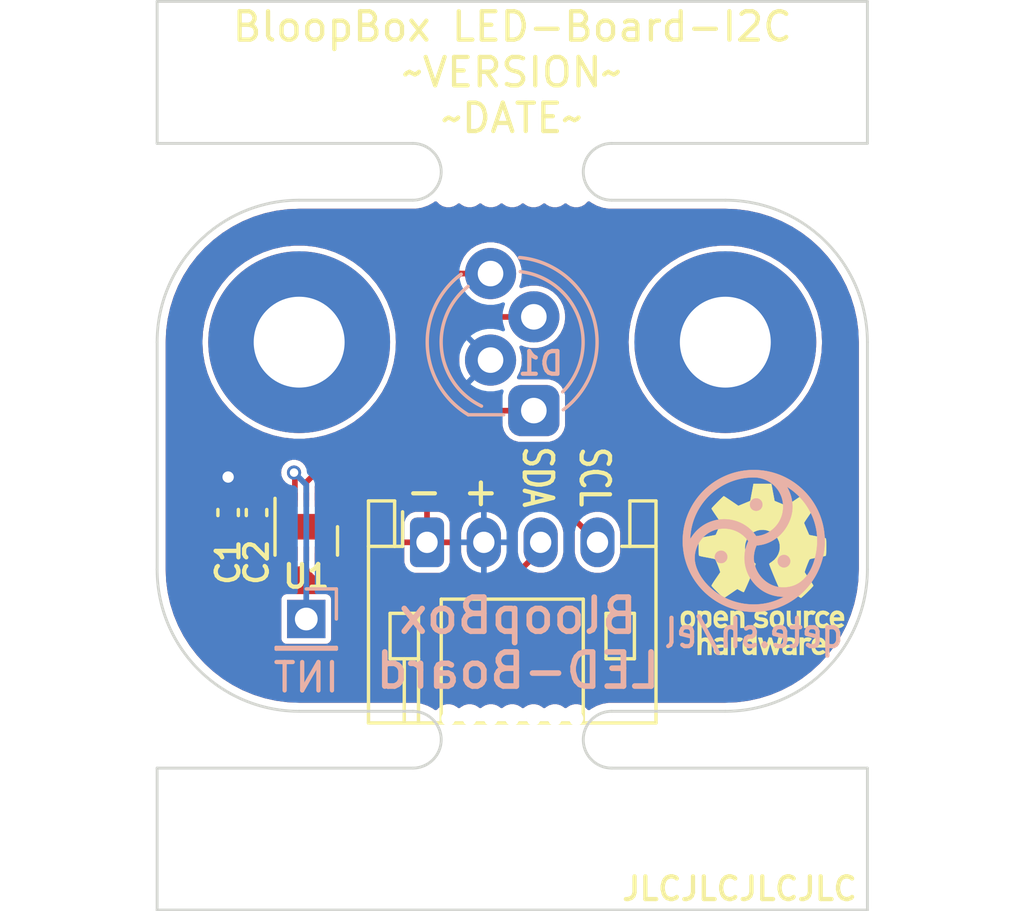
<source format=kicad_pcb>
(kicad_pcb (version 20240108) (generator "pcbnew") (generator_version "8.0")
  (title_block (title "BloopBox LED-Board-I2C") (date "${DATE}") (rev "${VERSION}") (company "Qetesh"))
  (layers (0 "F.Cu" signal) (31 "B.Cu" signal) (34 "B.Paste" user) (35 "F.Paste" user) (36 "B.SilkS" user "B.Silkscreen") (37 "F.SilkS" user "F.Silkscreen") (38 "B.Mask" user) (39 "F.Mask" user) (44 "Edge.Cuts" user))
  (property "DATE" "~DATE~")
  (property "VERSION" "~VERSION~")
  (net 0 "")
  (net 1 "GND")
  (net 2 "VCC")
  (net 3 "/R")
  (net 4 "/G")
  (net 5 "/B")
  (net 6 "/~{INT}")
  (net 10 "/SDA")
  (net 11 "/SCL")
  (footprint "My_Footprints:JLCPCB_Tooling_Hole" (layer "F.Cu") (at 160 90.5)
    (property "Reference" "REF**" (hide yes))
    (property "Value" "JLCPCB_Tooling_Hole")
    (pad "" np_thru_hole circle (at 0 0) (size 1.152 1.152) (drill 1.152) (layers "F&B.Cu" "*.Mask") (clearance 0.248))
  )
  (footprint "Panelization:mouse-bite-2x5mm-slot-onesided" (layer "F.Cu") (at 150 94 180)
    (property "Reference" "mouse-bite-2mm-slot" (hide yes))
    (property "Value" "VAL**" (hide yes))
    (fp_arc (start 3.5 1) (mid 2.5 0) (end 3.5 -1) (stroke (width 0.1)) (layer "Edge.Cuts"))
    (fp_arc (start -3.5 -1) (mid -2.5 0) (end -3.5 1) (stroke (width 0.1)) (layer "Edge.Cuts"))
    (pad "" np_thru_hole circle (at -2.25 -0.75 180) (size 0.5 0.5) (drill 0.5) (layers "*.Cu" "*.Mask"))
    (pad "" np_thru_hole circle (at -1.5 -0.75 180) (size 0.5 0.5) (drill 0.5) (layers "*.Cu" "*.Mask"))
    (pad "" np_thru_hole circle (at -0.75 -0.75 180) (size 0.5 0.5) (drill 0.5) (layers "*.Cu" "*.Mask"))
    (pad "" np_thru_hole circle (at 0 -0.75 180) (size 0.5 0.5) (drill 0.5) (layers "*.Cu" "*.Mask"))
    (pad "" np_thru_hole circle (at 0.75 -0.75 180) (size 0.5 0.5) (drill 0.5) (layers "*.Cu" "*.Mask"))
    (pad "" np_thru_hole circle (at 1.5 -0.75 180) (size 0.5 0.5) (drill 0.5) (layers "*.Cu" "*.Mask"))
    (pad "" np_thru_hole circle (at 2.25 -0.75 180) (size 0.5 0.5) (drill 0.5) (layers "*.Cu" "*.Mask"))
  )
  (footprint "Capacitor_SMD:C_0402_1005Metric" (layer "F.Cu") (at 140 106 90)
    (property "Reference" "C1" (at -1.75 0 90) (layer "F.SilkS") (effects (font (size 0.8 0.8))))
    (property "Value" "1u")
    (pad "1" smd roundrect (at -0.48 0 90) (size 0.56 0.62) (layers "F.Cu" "F.Paste" "F.Mask") (net 1 "GND"))
    (pad "2" smd roundrect (at 0.48 0 90) (size 0.56 0.62) (layers "F.Cu" "F.Paste" "F.Mask") (net 2 "VCC"))
  )
  (footprint "MountingHole:MountingHole_3.2mm_M3_Pad" (layer "F.Cu") (at 157.5 100)
    (property "Reference" "H2" (hide yes))
    (property "Value" "MountingHole")
    (pad "1" thru_hole circle (at 0 0) (size 6.4 6.4) (drill 3.2) (layers "*.Cu" "*.Mask"))
  )
  (footprint "My_Footprints:JLCPCB_Tooling_Hole" (layer "F.Cu") (at 140 90.5)
    (property "Reference" "REF**" (hide yes))
    (property "Value" "JLCPCB_Tooling_Hole")
    (pad "" np_thru_hole circle (at 0 0) (size 1.152 1.152) (drill 1.152) (layers "F&B.Cu" "*.Mask") (clearance 0.248))
  )
  (footprint "My_Footprints:JLCPCB_Tooling_Hole" (layer "F.Cu") (at 140 117.5)
    (property "Reference" "REF**" (hide yes))
    (property "Value" "JLCPCB_Tooling_Hole")
    (pad "" np_thru_hole circle (at 0 0) (size 1.152 1.152) (drill 1.152) (layers "F&B.Cu" "*.Mask") (clearance 0.248))
  )
  (footprint "My_Footprints:JLCPCB_Tooling_Hole" (layer "F.Cu") (at 160 117.5)
    (property "Reference" "REF**" (hide yes))
    (property "Value" "JLCPCB_Tooling_Hole")
    (pad "" np_thru_hole circle (at 0 0) (size 1.152 1.152) (drill 1.152) (layers "F&B.Cu" "*.Mask") (clearance 0.248))
  )
  (footprint "Symbol:OSHW-Logo_5.7x6mm_SilkScreen" (layer "F.Cu") (at 158.8 108)
    (property "Reference" "REF**" (hide yes))
    (property "Value" "OSHW-Logo_5.7x6mm_SilkScreen" (hide yes))
  )
  (footprint "Panelization:mouse-bite-2x5mm-slot-onesided" (layer "F.Cu") (at 150 114)
    (property "Reference" "mouse-bite-2mm-slot" (hide yes))
    (property "Value" "VAL**" (hide yes))
    (fp_arc (start -3.5 -1) (mid -2.5 0) (end -3.5 1) (stroke (width 0.1)) (layer "Edge.Cuts"))
    (fp_arc (start 3.5 1) (mid 2.5 0) (end 3.5 -1) (stroke (width 0.1)) (layer "Edge.Cuts"))
    (pad "" np_thru_hole circle (at -2.25 -0.75) (size 0.5 0.5) (drill 0.5) (layers "*.Cu" "*.Mask"))
    (pad "" np_thru_hole circle (at -1.5 -0.75) (size 0.5 0.5) (drill 0.5) (layers "*.Cu" "*.Mask"))
    (pad "" np_thru_hole circle (at -0.75 -0.75) (size 0.5 0.5) (drill 0.5) (layers "*.Cu" "*.Mask"))
    (pad "" np_thru_hole circle (at 0 -0.75) (size 0.5 0.5) (drill 0.5) (layers "*.Cu" "*.Mask"))
    (pad "" np_thru_hole circle (at 0.75 -0.75) (size 0.5 0.5) (drill 0.5) (layers "*.Cu" "*.Mask"))
    (pad "" np_thru_hole circle (at 1.5 -0.75) (size 0.5 0.5) (drill 0.5) (layers "*.Cu" "*.Mask"))
    (pad "" np_thru_hole circle (at 2.25 -0.75) (size 0.5 0.5) (drill 0.5) (layers "*.Cu" "*.Mask"))
  )
  (footprint "Capacitor_SMD:C_0402_1005Metric" (layer "F.Cu") (at 141 106 90)
    (property "Reference" "C2" (at -1.75 0 90) (layer "F.SilkS") (effects (font (size 0.8 0.8))))
    (property "Value" "100n")
    (pad "1" smd roundrect (at -0.48 0 90) (size 0.56 0.62) (layers "F.Cu" "F.Paste" "F.Mask") (net 1 "GND"))
    (pad "2" smd roundrect (at 0.48 0 90) (size 0.56 0.62) (layers "F.Cu" "F.Paste" "F.Mask") (net 2 "VCC"))
  )
  (footprint "My_Footprints:DFN-10-1EP_2x2mm_P0.4mm_EP0.8x1.4" (layer "F.Cu") (at 142.75 106.5 -90)
    (property "Reference" "U1" (at 1.75 0 180) (layer "F.SilkS") (effects (font (size 0.8 0.8))))
    (property "Value" "AW2013DNR")
    (pad "1" smd rect (at -0.95 -0.8 270) (size 0.5 0.2) (layers "F.Cu" "F.Paste" "F.Mask") (net 3 "/R"))
    (pad "2" smd rect (at -0.95 -0.4 270) (size 0.5 0.2) (layers "F.Cu" "F.Paste" "F.Mask") (net 4 "/G"))
    (pad "3" smd rect (at -0.95 0 270) (size 0.5 0.2) (layers "F.Cu" "F.Paste" "F.Mask") (net 5 "/B"))
    (pad "4" smd rect (at -0.95 0.4 270) (size 0.5 0.2) (layers "F.Cu" "F.Paste" "F.Mask") (net 6 "/~{INT}"))
    (pad "5" smd rect (at -0.95 0.8 270) (size 0.5 0.2) (layers "F.Cu" "F.Paste" "F.Mask") (net 2 "VCC"))
    (pad "6" smd rect (at 0.95 0.8 270) (size 0.5 0.2) (layers "F.Cu" "F.Paste" "F.Mask"))
    (pad "7" smd rect (at 0.95 0.4 270) (size 0.5 0.2) (layers "F.Cu" "F.Paste" "F.Mask"))
    (pad "8" smd rect (at 0.95 0 270) (size 0.5 0.2) (layers "F.Cu" "F.Paste" "F.Mask"))
    (pad "9" smd rect (at 0.95 -0.4 270) (size 0.5 0.2) (layers "F.Cu" "F.Paste" "F.Mask") (net 10 "/SDA"))
    (pad "10" smd rect (at 0.95 -0.8 270) (size 0.5 0.2) (layers "F.Cu" "F.Paste" "F.Mask") (net 11 "/SCL"))
    (pad "11" smd rect (at 0 0 270) (size 0.9 1.4) (layers "F.Cu" "F.Paste" "F.Mask") (net 1 "GND"))
  )
  (footprint "Connector_JST:JST_PH_S4B-PH-K_1x04_P2.00mm_Horizontal" (layer "F.Cu") (at 147 107.05)
    (property "Reference" "J1" (hide yes))
    (property "Value" "I2C")
    (pad "1" thru_hole roundrect (at 0 0) (size 1.2 1.75) (drill 0.75) (layers "*.Cu" "*.Mask") (roundrect_rratio 0.208333) (net 1 "GND"))
    (pad "2" thru_hole oval (at 2 0) (size 1.2 1.75) (drill 0.75) (layers "*.Cu" "*.Mask") (net 2 "VCC"))
    (pad "3" thru_hole oval (at 4 0) (size 1.2 1.75) (drill 0.75) (layers "*.Cu" "*.Mask") (net 10 "/SDA"))
    (pad "4" thru_hole oval (at 6 0) (size 1.2 1.75) (drill 0.75) (layers "*.Cu" "*.Mask") (net 11 "/SCL"))
  )
  (footprint "MountingHole:MountingHole_3.2mm_M3_Pad" (layer "F.Cu") (at 142.5 100)
    (property "Reference" "H1" (hide yes))
    (property "Value" "MountingHole")
    (pad "1" thru_hole circle (at 0 0) (size 6.4 6.4) (drill 3.2) (layers "*.Cu" "*.Mask"))
  )
  (footprint "Connector_PinHeader_2.00mm:PinHeader_1x01_P2.00mm_Vertical" (layer "B.Cu") (at 142.75 109.75 180)
    (property "Reference" "J2" (hide yes))
    (property "Value" "INT" (at 0 -2.06 0) (layer "B.SilkS") (effects (justify mirror)))
    (pad "1" thru_hole rect (at 0 0 180) (size 1.35 1.35) (drill 0.8) (layers "*.Cu" "*.Mask") (net 6 "/~{INT}"))
  )
  (footprint "My_Footprints:CutieMark5mmInverted" (layer "B.Cu") (at 158.5 107 180)
    (property "Reference" "G***" (hide yes))
    (property "Value" "LOGO" (hide yes))
  )
  (footprint "LED_THT:LED_D5.0mm-4_RGB_Staggered_Pins" (layer "B.Cu") (at 150.76 102.41 90)
    (property "Reference" "D1" (at 1.66 0.24 0) (layer "B.SilkS") (effects (font (size 0.8 0.8)) (justify mirror)))
    (property "Value" "LED_RAGB")
    (pad "1" thru_hole roundrect (at 0 0 90) (size 1.8 1.8) (drill 0.9) (layers "*.Cu" "*.Mask") (net 3 "/R"))
    (pad "2" thru_hole circle (at 1.778 -1.524 90) (size 1.8 1.8) (drill 0.9) (layers "*.Cu" "*.Mask") (net 2 "VCC"))
    (pad "3" thru_hole circle (at 3.302 0 90) (size 1.8 1.8) (drill 0.9) (layers "*.Cu" "*.Mask") (net 4 "/G"))
    (pad "4" thru_hole circle (at 4.826 -1.524 90) (size 1.8 1.8) (drill 0.9) (layers "*.Cu" "*.Mask") (net 5 "/B"))
  )
  (gr_line (start 146.5 95) (end 142.5 95) (stroke (width 0.1)) (layer "Edge.Cuts"))
  (gr_line (start 137.5 108) (end 137.5 100) (stroke (width 0.1)) (layer "Edge.Cuts"))
  (gr_arc (start 157.5 95) (mid 161.035534 96.464466) (end 162.5 100) (stroke (width 0.1)) (layer "Edge.Cuts"))
  (gr_line (start 162.5 115) (end 153.5 115) (stroke (width 0.1)) (layer "Edge.Cuts"))
  (gr_line (start 162.5 93) (end 162.5 88) (stroke (width 0.1)) (layer "Edge.Cuts"))
  (gr_arc (start 137.5 100) (mid 138.964466 96.464466) (end 142.5 95) (stroke (width 0.1)) (layer "Edge.Cuts"))
  (gr_line (start 162.5 120) (end 162.5 115) (stroke (width 0.1)) (layer "Edge.Cuts"))
  (gr_line (start 162.5 100) (end 162.5 108) (stroke (width 0.1)) (layer "Edge.Cuts"))
  (gr_line (start 157.5 113) (end 153.5 113) (stroke (width 0.1)) (layer "Edge.Cuts"))
  (gr_line (start 146.5 115) (end 137.5 115) (stroke (width 0.1)) (layer "Edge.Cuts"))
  (gr_line (start 137.5 115) (end 137.5 120) (stroke (width 0.1)) (layer "Edge.Cuts"))
  (gr_line (start 137.5 88) (end 137.5 93) (stroke (width 0.1)) (layer "Edge.Cuts"))
  (gr_arc (start 162.5 108) (mid 161.035534 111.535534) (end 157.5 113) (stroke (width 0.1)) (layer "Edge.Cuts"))
  (gr_line (start 137.5 120) (end 162.5 120) (stroke (width 0.1)) (layer "Edge.Cuts"))
  (gr_line (start 162.5 88) (end 137.5 88) (stroke (width 0.1)) (layer "Edge.Cuts"))
  (gr_line (start 157.5 95) (end 153.5 95) (stroke (width 0.1)) (layer "Edge.Cuts"))
  (gr_line (start 146.5 113) (end 142.5 113) (stroke (width 0.1)) (layer "Edge.Cuts"))
  (gr_line (start 153.5 93) (end 162.5 93) (stroke (width 0.1)) (layer "Edge.Cuts"))
  (gr_line (start 137.5 93) (end 146.5 93) (stroke (width 0.1)) (layer "Edge.Cuts"))
  (gr_arc (start 142.5 113) (mid 138.964466 111.535534) (end 137.5 108) (stroke (width 0.1)) (layer "Edge.Cuts"))
  (gr_text "qete.sh/el" (at 158.5 110.25 0) (layer "B.SilkS") (effects (font (size 1 0.8)) (justify mirror)))
  (gr_text "BloopBox\nLED-Board" (at 150.2 110.6 -0) (layer "B.SilkS") (effects (font (size 1.2 1.2) (thickness 0.2)) (justify mirror)))
  (gr_text "-" (at 146.895798 105.25 -0) (layer "F.SilkS") (effects (font (size 1 1))))
  (gr_text "SDA" (at 150.895798 104.75 -90) (layer "F.SilkS") (effects (font (size 1 0.75))))
  (gr_text "+" (at 148.895798 105.25 -0) (layer "F.SilkS") (effects (font (size 1 1))))
  (gr_text "JLCJLCJLCJLC" (at 158 119.25 0) (layer "F.SilkS") (effects (font (size 0.8 0.8))))
  (gr_text "${TITLE}\n${VERSION}\n${DATE}" (at 150 90.5 0) (layer "F.SilkS") (effects (font (size 1 1))))
  (gr_text "SCL" (at 152.895798 104.75 -90) (layer "F.SilkS") (effects (font (size 1 0.75))))
  (segment (start 142.73 106.48) (end 142.75 106.5) (width 0.2) (layer "F.Cu") (net 1))
  (segment (start 140 106.48) (end 141 106.48) (width 0.2) (layer "F.Cu") (net 1))
  (segment (start 141 106.48) (end 142.73 106.48) (width 0.2) (layer "F.Cu") (net 1))
  (segment (start 140 104.75) (end 140 105.52) (width 0.4) (layer "F.Cu") (net 2))
  (segment (start 140 105.52) (end 141 105.52) (width 0.2) (layer "F.Cu") (net 2))
  (segment (start 141.03 105.55) (end 141 105.52) (width 0.2) (layer "F.Cu") (net 2))
  (segment (start 141.95 105.55) (end 141.03 105.55) (width 0.2) (layer "F.Cu") (net 2))
  (via (at 140 104.75) (size 0.8) (drill 0.4) (layers "F.Cu" "B.Cu") (net 2))
  (segment (start 143.55 105.265686) (end 143.915686 104.9) (width 0.2) (layer "F.Cu") (net 3))
  (segment (start 146.751 104.9) (end 149.238 102.413) (width 0.2) (layer "F.Cu") (net 3))
  (segment (start 143.915686 104.9) (end 146.751 104.9) (width 0.2) (layer "F.Cu") (net 3))
  (segment (start 143.55 105.55) (end 143.55 105.265686) (width 0.2) (layer "F.Cu") (net 3))
  (segment (start 149.238 102.413) (end 150.762 102.413) (width 0.2) (layer "F.Cu") (net 3))
  (segment (start 149.059943 99.111) (end 150.762 99.111) (width 0.2) (layer "F.Cu") (net 4))
  (segment (start 143.15 105.1) (end 143.75 104.5) (width 0.2) (layer "F.Cu") (net 4))
  (segment (start 146.585314 104.5) (end 148.036 103.049314) (width 0.2) (layer "F.Cu") (net 4))
  (segment (start 143.75 104.5) (end 146.585314 104.5) (width 0.2) (layer "F.Cu") (net 4))
  (segment (start 148.036 103.049314) (end 148.036 100.134943) (width 0.2) (layer "F.Cu") (net 4))
  (segment (start 143.15 105.55) (end 143.15 105.1) (width 0.2) (layer "F.Cu") (net 4))
  (segment (start 148.036 100.134943) (end 149.059943 99.111) (width 0.2) (layer "F.Cu") (net 4))
  (segment (start 142.75 105.55) (end 142.75 104.934314) (width 0.2) (layer "F.Cu") (net 5))
  (segment (start 143.584315 104.1) (end 146.419628 104.1) (width 0.2) (layer "F.Cu") (net 5))
  (segment (start 147.636 102.883628) (end 147.636 98.114) (width 0.2) (layer "F.Cu") (net 5))
  (segment (start 146.419628 104.1) (end 147.636 102.883628) (width 0.2) (layer "F.Cu") (net 5))
  (segment (start 148.166 97.584) (end 149.236 97.584) (width 0.2) (layer "F.Cu") (net 5))
  (segment (start 142.75 104.934314) (end 143.584315 104.1) (width 0.2) (layer "F.Cu") (net 5))
  (segment (start 147.636 98.114) (end 148.166 97.584) (width 0.2) (layer "F.Cu") (net 5))
  (segment (start 142.35 104.623948) (end 142.319221 104.593169) (width 0.2) (layer "F.Cu") (net 6))
  (segment (start 142.35 105.55) (end 142.35 104.623948) (width 0.2) (layer "F.Cu") (net 6))
  (via (at 142.319221 104.593169) (size 0.5) (drill 0.3) (layers "F.Cu" "B.Cu") (net 6))
  (segment (start 142.319221 104.593169) (end 142.75 105.023948) (width 0.2) (layer "B.Cu") (net 6))
  (segment (start 142.75 105.023948) (end 142.75 109.75) (width 0.2) (layer "B.Cu") (net 6))
  (segment (start 143.875 108.625) (end 149.690686 108.625) (width 0.2) (layer "F.Cu") (net 10))
  (segment (start 143.15 107.45) (end 143.15 107.9) (width 0.2) (layer "F.Cu") (net 10))
  (segment (start 143.15 107.9) (end 143.875 108.625) (width 0.2) (layer "F.Cu") (net 10))
  (segment (start 149.690686 108.625) (end 151 107.315686) (width 0.2) (layer "F.Cu") (net 10))
  (segment (start 151 107.315686) (end 151 107.05) (width 0.2) (layer "F.Cu") (net 10))
  (segment (start 143.55 107.45) (end 143.55 107.734314) (width 0.2) (layer "F.Cu") (net 11))
  (segment (start 149.525 108.225) (end 150 107.75) (width 0.2) (layer "F.Cu") (net 11))
  (segment (start 151.7 105.75) (end 153 107.05) (width 0.2) (layer "F.Cu") (net 11))
  (segment (start 143.55 107.734314) (end 144.040686 108.225) (width 0.2) (layer "F.Cu") (net 11))
  (segment (start 150 107.75) (end 150 106.25) (width 0.2) (layer "F.Cu") (net 11))
  (segment (start 150 106.25) (end 150.5 105.75) (width 0.2) (layer "F.Cu") (net 11))
  (segment (start 144.040686 108.225) (end 149.525 108.225) (width 0.2) (layer "F.Cu") (net 11))
  (segment (start 150.5 105.75) (end 151.7 105.75) (width 0.2) (layer "F.Cu") (net 11))
  (zone (net 1) (net_name "GND") (layer "F.Cu") (connect_pads (clearance 0.2)) (min_thickness 0.127) (fill yes (thermal_gap 0.2) (thermal_bridge_width 0.2))
    (polygon (pts (xy 137.5 95) (xy 137.5 113) (xy 162.5 113) (xy 162.5 95)))
  )
  (zone (net 2) (net_name "VCC") (layer "B.Cu") (priority 1) (connect_pads (clearance 0.2)) (min_thickness 0.127) (fill yes (thermal_gap 0.2) (thermal_bridge_width 0.2))
    (polygon (pts (xy 137.5 95) (xy 137.5 113) (xy 162.5 113) (xy 162.5 95)))
  )
)
</source>
